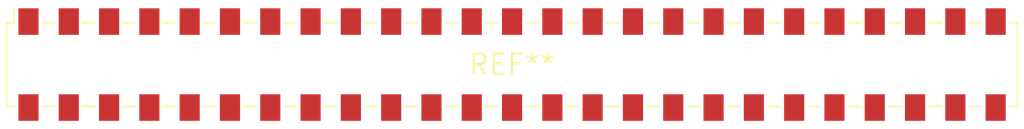
<source format=kicad_pcb>
(kicad_pcb (version 20240108) (generator pcbnew)
  (layers (0 "F.Cu" signal) (31 "B.Cu" signal) (34 "B.Paste" user) (35 "F.Paste" user) (36 "B.SilkS" user "B.Silkscreen") (37 "F.SilkS" user "F.Silkscreen") (38 "B.Mask" user) (39 "F.Mask" user) (44 "Edge.Cuts" user))
  (net 0 "")
  (footprint "Samtec_HLE-125-02-xxx-DV-BE-LC_2x25_P2.54mm_Horizontal" (layer "F.Cu") (at 0 0)
    (property "Reference" "REF**")
    (property "Value" "Samtec_HLE-125-02-xxx-DV-BE-LC_2x25_P2.54mm_Horizontal")
    (fp_line (start -31.86 -2.65) (end -31.86 2.65) (layer "F.SilkS") (stroke (width 0.12)))
    (fp_line (start -31.86 2.65) (end -31.375 2.65) (layer "F.SilkS") (stroke (width 0.12)))
    (fp_line (start -31.375 -3.56) (end -31.375 -2.65) (layer "F.SilkS") (stroke (width 0.12)))
    (fp_line (start -31.375 -2.65) (end -31.86 -2.65) (layer "F.SilkS") (stroke (width 0.12)))
    (fp_line (start -29.585 -2.65) (end -28.835 -2.65) (layer "F.SilkS") (stroke (width 0.12)))
    (fp_line (start -29.585 2.65) (end -28.835 2.65) (layer "F.SilkS") (stroke (width 0.12)))
    (fp_line (start -27.045 -2.65) (end -26.295 -2.65) (layer "F.SilkS") (stroke (width 0.12)))
    (fp_line (start -27.045 2.65) (end -26.295 2.65) (layer "F.SilkS") (stroke (width 0.12)))
    (fp_line (start -24.505 -2.65) (end -23.755 -2.65) (layer "F.SilkS") (stroke (width 0.12)))
    (fp_line (start -24.505 2.65) (end -23.755 2.65) (layer "F.SilkS") (stroke (width 0.12)))
    (fp_line (start -21.965 -2.65) (end -21.215 -2.65) (layer "F.SilkS") (stroke (width 0.12)))
    (fp_line (start -21.965 2.65) (end -21.215 2.65) (layer "F.SilkS") (stroke (width 0.12)))
    (fp_line (start -19.425 -2.65) (end -18.675 -2.65) (layer "F.SilkS") (stroke (width 0.12)))
    (fp_line (start -19.425 2.65) (end -18.675 2.65) (layer "F.SilkS") (stroke (width 0.12)))
    (fp_line (start -16.885 -2.65) (end -16.135 -2.65) (layer "F.SilkS") (stroke (width 0.12)))
    (fp_line (start -16.885 2.65) (end -16.135 2.65) (layer "F.SilkS") (stroke (width 0.12)))
    (fp_line (start -14.345 -2.65) (end -13.595 -2.65) (layer "F.SilkS") (stroke (width 0.12)))
    (fp_line (start -14.345 2.65) (end -13.595 2.65) (layer "F.SilkS") (stroke (width 0.12)))
    (fp_line (start -11.805 -2.65) (end -11.055 -2.65) (layer "F.SilkS") (stroke (width 0.12)))
    (fp_line (start -11.805 2.65) (end -11.055 2.65) (layer "F.SilkS") (stroke (width 0.12)))
    (fp_line (start -9.265 -2.65) (end -8.515 -2.65) (layer "F.SilkS") (stroke (width 0.12)))
    (fp_line (start -9.265 2.65) (end -8.515 2.65) (layer "F.SilkS") (stroke (width 0.12)))
    (fp_line (start -6.725 -2.65) (end -5.975 -2.65) (layer "F.SilkS") (stroke (width 0.12)))
    (fp_line (start -6.725 2.65) (end -5.975 2.65) (layer "F.SilkS") (stroke (width 0.12)))
    (fp_line (start -4.185 -2.65) (end -3.435 -2.65) (layer "F.SilkS") (stroke (width 0.12)))
    (fp_line (start -4.185 2.65) (end -3.435 2.65) (layer "F.SilkS") (stroke (width 0.12)))
    (fp_line (start -1.645 -2.65) (end -0.895 -2.65) (layer "F.SilkS") (stroke (width 0.12)))
    (fp_line (start -1.645 2.65) (end -0.895 2.65) (layer "F.SilkS") (stroke (width 0.12)))
    (fp_line (start 0.895 -2.65) (end 1.645 -2.65) (layer "F.SilkS") (stroke (width 0.12)))
    (fp_line (start 0.895 2.65) (end 1.645 2.65) (layer "F.SilkS") (stroke (width 0.12)))
    (fp_line (start 3.435 -2.65) (end 4.185 -2.65) (layer "F.SilkS") (stroke (width 0.12)))
    (fp_line (start 3.435 2.65) (end 4.185 2.65) (layer "F.SilkS") (stroke (width 0.12)))
    (fp_line (start 5.975 -2.65) (end 6.725 -2.65) (layer "F.SilkS") (stroke (width 0.12)))
    (fp_line (start 5.975 2.65) (end 6.725 2.65) (layer "F.SilkS") (stroke (width 0.12)))
    (fp_line (start 8.515 -2.65) (end 9.265 -2.65) (layer "F.SilkS") (stroke (width 0.12)))
    (fp_line (start 8.515 2.65) (end 9.265 2.65) (layer "F.SilkS") (stroke (width 0.12)))
    (fp_line (start 11.055 -2.65) (end 11.805 -2.65) (layer "F.SilkS") (stroke (width 0.12)))
    (fp_line (start 11.055 2.65) (end 11.805 2.65) (layer "F.SilkS") (stroke (width 0.12)))
    (fp_line (start 13.595 -2.65) (end 14.345 -2.65) (layer "F.SilkS") (stroke (width 0.12)))
    (fp_line (start 13.595 2.65) (end 14.345 2.65) (layer "F.SilkS") (stroke (width 0.12)))
    (fp_line (start 16.135 -2.65) (end 16.885 -2.65) (layer "F.SilkS") (stroke (width 0.12)))
    (fp_line (start 16.135 2.65) (end 16.885 2.65) (layer "F.SilkS") (stroke (width 0.12)))
    (fp_line (start 18.675 -2.65) (end 19.425 -2.65) (layer "F.SilkS") (stroke (width 0.12)))
    (fp_line (start 18.675 2.65) (end 19.425 2.65) (layer "F.SilkS") (stroke (width 0.12)))
    (fp_line (start 21.215 -2.65) (end 21.965 -2.65) (layer "F.SilkS") (stroke (width 0.12)))
    (fp_line (start 21.215 2.65) (end 21.965 2.65) (layer "F.SilkS") (stroke (width 0.12)))
    (fp_line (start 23.755 -2.65) (end 24.505 -2.65) (layer "F.SilkS") (stroke (width 0.12)))
    (fp_line (start 23.755 2.65) (end 24.505 2.65) (layer "F.SilkS") (stroke (width 0.12)))
    (fp_line (start 26.295 -2.65) (end 27.045 -2.65) (layer "F.SilkS") (stroke (width 0.12)))
    (fp_line (start 26.295 2.65) (end 27.045 2.65) (layer "F.SilkS") (stroke (width 0.12)))
    (fp_line (start 28.835 -2.65) (end 29.585 -2.65) (layer "F.SilkS") (stroke (width 0.12)))
    (fp_line (start 28.835 2.65) (end 29.585 2.65) (layer "F.SilkS") (stroke (width 0.12)))
    (fp_line (start 31.375 -2.65) (end 31.86 -2.65) (layer "F.SilkS") (stroke (width 0.12)))
    (fp_line (start 31.86 -2.65) (end 31.86 2.65) (layer "F.SilkS") (stroke (width 0.12)))
    (fp_line (start 31.86 2.65) (end 31.375 2.65) (layer "F.SilkS") (stroke (width 0.12)))
    (pad "" np_thru_hole circle (at -30.48 -1.27) (size 0.97 0.97) (drill 0.97) (layers *.Cu *.Mask))
    (pad "" np_thru_hole circle (at -30.48 1.27) (size 0.97 0.97) (drill 0.97) (layers *.Cu *.Mask))
    (pad "" np_thru_hole circle (at -29.21 0) (size 1.19 1.19) (drill 1.19) (layers *.Cu *.Mask))
    (pad "" np_thru_hole circle (at -27.94 -1.27) (size 0.97 0.97) (drill 0.97) (layers *.Cu *.Mask))
    (pad "" np_thru_hole circle (at -27.94 1.27) (size 0.97 0.97) (drill 0.97) (layers *.Cu *.Mask))
    (pad "" np_thru_hole circle (at -25.4 -1.27) (size 0.97 0.97) (drill 0.97) (layers *.Cu *.Mask))
    (pad "" np_thru_hole circle (at -25.4 1.27) (size 0.97 0.97) (drill 0.97) (layers *.Cu *.Mask))
    (pad "" np_thru_hole circle (at -22.86 -1.27) (size 0.97 0.97) (drill 0.97) (layers *.Cu *.Mask))
    (pad "" np_thru_hole circle (at -22.86 1.27) (size 0.97 0.97) (drill 0.97) (layers *.Cu *.Mask))
    (pad "" np_thru_hole circle (at -20.32 -1.27) (size 0.97 0.97) (drill 0.97) (layers *.Cu *.Mask))
    (pad "" np_thru_hole circle (at -20.32 1.27) (size 0.97 0.97) (drill 0.97) (layers *.Cu *.Mask))
    (pad "" np_thru_hole circle (at -17.78 -1.27) (size 0.97 0.97) (drill 0.97) (layers *.Cu *.Mask))
    (pad "" np_thru_hole circle (at -17.78 1.27) (size 0.97 0.97) (drill 0.97) (layers *.Cu *.Mask))
    (pad "" np_thru_hole circle (at -15.24 -1.27) (size 0.97 0.97) (drill 0.97) (layers *.Cu *.Mask))
    (pad "" np_thru_hole circle (at -15.24 1.27) (size 0.97 0.97) (drill 0.97) (layers *.Cu *.Mask))
    (pad "" np_thru_hole circle (at -12.7 -1.27) (size 0.97 0.97) (drill 0.97) (layers *.Cu *.Mask))
    (pad "" np_thru_hole circle (at -12.7 1.27) (size 0.97 0.97) (drill 0.97) (layers *.Cu *.Mask))
    (pad "" np_thru_hole circle (at -10.16 -1.27) (size 0.97 0.97) (drill 0.97) (layers *.Cu *.Mask))
    (pad "" np_thru_hole circle (at -10.16 1.27) (size 0.97 0.97) (drill 0.97) (layers *.Cu *.Mask))
    (pad "" np_thru_hole circle (at -7.62 -1.27) (size 0.97 0.97) (drill 0.97) (layers *.Cu *.Mask))
    (pad "" np_thru_hole circle (at -7.62 1.27) (size 0.97 0.97) (drill 0.97) (layers *.Cu *.Mask))
    (pad "" np_thru_hole circle (at -5.08 -1.27) (size 0.97 0.97) (drill 0.97) (layers *.Cu *.Mask))
    (pad "" np_thru_hole circle (at -5.08 1.27) (size 0.97 0.97) (drill 0.97) (layers *.Cu *.Mask))
    (pad "" np_thru_hole circle (at -2.54 -1.27) (size 0.97 0.97) (drill 0.97) (layers *.Cu *.Mask))
    (pad "" np_thru_hole circle (at -2.54 1.27) (size 0.97 0.97) (drill 0.97) (layers *.Cu *.Mask))
    (pad "" np_thru_hole circle (at 0 -1.27) (size 0.97 0.97) (drill 0.97) (layers *.Cu *.Mask))
    (pad "" np_thru_hole circle (at 0 1.27) (size 0.97 0.97) (drill 0.97) (layers *.Cu *.Mask))
    (pad "" np_thru_hole circle (at 2.54 -1.27) (size 0.97 0.97) (drill 0.97) (layers *.Cu *.Mask))
    (pad "" np_thru_hole circle (at 2.54 1.27) (size 0.97 0.97) (drill 0.97) (layers *.Cu *.Mask))
    (pad "" np_thru_hole circle (at 5.08 -1.27) (size 0.97 0.97) (drill 0.97) (layers *.Cu *.Mask))
    (pad "" np_thru_hole circle (at 5.08 1.27) (size 0.97 0.97) (drill 0.97) (layers *.Cu *.Mask))
    (pad "" np_thru_hole circle (at 7.62 -1.27) (size 0.97 0.97) (drill 0.97) (layers *.Cu *.Mask))
    (pad "" np_thru_hole circle (at 7.62 1.27) (size 0.97 0.97) (drill 0.97) (layers *.Cu *.Mask))
    (pad "" np_thru_hole circle (at 10.16 -1.27) (size 0.97 0.97) (drill 0.97) (layers *.Cu *.Mask))
    (pad "" np_thru_hole circle (at 10.16 1.27) (size 0.97 0.97) (drill 0.97) (layers *.Cu *.Mask))
    (pad "" np_thru_hole circle (at 12.7 -1.27) (size 0.97 0.97) (drill 0.97) (layers *.Cu *.Mask))
    (pad "" np_thru_hole circle (at 12.7 1.27) (size 0.97 0.97) (drill 0.97) (layers *.Cu *.Mask))
    (pad "" np_thru_hole circle (at 15.24 -1.27) (size 0.97 0.97) (drill 0.97) (layers *.Cu *.Mask))
    (pad "" np_thru_hole circle (at 15.24 1.27) (size 0.97 0.97) (drill 0.97) (layers *.Cu *.Mask))
    (pad "" np_thru_hole circle (at 17.78 -1.27) (size 0.97 0.97) (drill 0.97) (layers *.Cu *.Mask))
    (pad "" np_thru_hole circle (at 17.78 1.27) (size 0.97 0.97) (drill 0.97) (layers *.Cu *.Mask))
    (pad "" np_thru_hole circle (at 20.32 -1.27) (size 0.97 0.97) (drill 0.97) (layers *.Cu *.Mask))
    (pad "" np_thru_hole circle (at 20.32 1.27) (size 0.97 0.97) (drill 0.97) (layers *.Cu *.Mask))
    (pad "" np_thru_hole circle (at 22.86 -1.27) (size 0.97 0.97) (drill 0.97) (layers *.Cu *.Mask))
    (pad "" np_thru_hole circle (at 22.86 1.27) (size 0.97 0.97) (drill 0.97) (layers *.Cu *.Mask))
    (pad "" np_thru_hole circle (at 25.4 -1.27) (size 0.97 0.97) (drill 0.97) (layers *.Cu *.Mask))
    (pad "" np_thru_hole circle (at 25.4 1.27) (size 0.97 0.97) (drill 0.97) (layers *.Cu *.Mask))
    (pad "" np_thru_hole circle (at 27.94 -1.27) (size 0.97 0.97) (drill 0.97) (layers *.Cu *.Mask))
    (pad "" np_thru_hole circle (at 27.94 1.27) (size 0.97 0.97) (drill 0.97) (layers *.Cu *.Mask))
    (pad "" np_thru_hole circle (at 29.21 0) (size 1.19 1.19) (drill 1.19) (layers *.Cu *.Mask))
    (pad "" np_thru_hole circle (at 30.48 -1.27) (size 0.97 0.97) (drill 0.97) (layers *.Cu *.Mask))
    (pad "" np_thru_hole circle (at 30.48 1.27) (size 0.97 0.97) (drill 0.97) (layers *.Cu *.Mask))
    (pad "1" smd rect (at -30.48 -2.72) (size 1.27 1.68) (layers "F.Cu" "F.Paste" "F.Mask"))
    (pad "2" smd rect (at -30.48 2.72) (size 1.27 1.68) (layers "F.Cu" "F.Paste" "F.Mask"))
    (pad "3" smd rect (at -27.94 -2.72) (size 1.27 1.68) (layers "F.Cu" "F.Paste" "F.Mask"))
    (pad "4" smd rect (at -27.94 2.72) (size 1.27 1.68) (layers "F.Cu" "F.Paste" "F.Mask"))
    (pad "5" smd rect (at -25.4 -2.72) (size 1.27 1.68) (layers "F.Cu" "F.Paste" "F.Mask"))
    (pad "6" smd rect (at -25.4 2.72) (size 1.27 1.68) (layers "F.Cu" "F.Paste" "F.Mask"))
    (pad "7" smd rect (at -22.86 -2.72) (size 1.27 1.68) (layers "F.Cu" "F.Paste" "F.Mask"))
    (pad "8" smd rect (at -22.86 2.72) (size 1.27 1.68) (layers "F.Cu" "F.Paste" "F.Mask"))
    (pad "9" smd rect (at -20.32 -2.72) (size 1.27 1.68) (layers "F.Cu" "F.Paste" "F.Mask"))
    (pad "10" smd rect (at -20.32 2.72) (size 1.27 1.68) (layers "F.Cu" "F.Paste" "F.Mask"))
    (pad "11" smd rect (at -17.78 -2.72) (size 1.27 1.68) (layers "F.Cu" "F.Paste" "F.Mask"))
    (pad "12" smd rect (at -17.78 2.72) (size 1.27 1.68) (layers "F.Cu" "F.Paste" "F.Mask"))
    (pad "13" smd rect (at -15.24 -2.72) (size 1.27 1.68) (layers "F.Cu" "F.Paste" "F.Mask"))
    (pad "14" smd rect (at -15.24 2.72) (size 1.27 1.68) (layers "F.Cu" "F.Paste" "F.Mask"))
    (pad "15" smd rect (at -12.7 -2.72) (size 1.27 1.68) (layers "F.Cu" "F.Paste" "F.Mask"))
    (pad "16" smd rect (at -12.7 2.72) (size 1.27 1.68) (layers "F.Cu" "F.Paste" "F.Mask"))
    (pad "17" smd rect (at -10.16 -2.72) (size 1.27 1.68) (layers "F.Cu" "F.Paste" "F.Mask"))
    (pad "18" smd rect (at -10.16 2.72) (size 1.27 1.68) (layers "F.Cu" "F.Paste" "F.Mask"))
    (pad "19" smd rect (at -7.62 -2.72) (size 1.27 1.68) (layers "F.Cu" "F.Paste" "F.Mask"))
    (pad "20" smd rect (at -7.62 2.72) (size 1.27 1.68) (layers "F.Cu" "F.Paste" "F.Mask"))
    (pad "21" smd rect (at -5.08 -2.72) (size 1.27 1.68) (layers "F.Cu" "F.Paste" "F.Mask"))
    (pad "22" smd rect (at -5.08 2.72) (size 1.27 1.68) (layers "F.Cu" "F.Paste" "F.Mask"))
    (pad "23" smd rect (at -2.54 -2.72) (size 1.27 1.68) (layers "F.Cu" "F.Paste" "F.Mask"))
    (pad "24" smd rect (at -2.54 2.72) (size 1.27 1.68) (layers "F.Cu" "F.Paste" "F.Mask"))
    (pad "25" smd rect (at 0 -2.72) (size 1.27 1.68) (layers "F.Cu" "F.Paste" "F.Mask"))
    (pad "26" smd rect (at 0 2.72) (size 1.27 1.68) (layers "F.Cu" "F.Paste" "F.Mask"))
    (pad "27" smd rect (at 2.54 -2.72) (size 1.27 1.68) (layers "F.Cu" "F.Paste" "F.Mask"))
    (pad "28" smd rect (at 2.54 2.72) (size 1.27 1.68) (layers "F.Cu" "F.Paste" "F.Mask"))
    (pad "29" smd rect (at 5.08 -2.72) (size 1.27 1.68) (layers "F.Cu" "F.Paste" "F.Mask"))
    (pad "30" smd rect (at 5.08 2.72) (size 1.27 1.68) (layers "F.Cu" "F.Paste" "F.Mask"))
    (pad "31" smd rect (at 7.62 -2.72) (size 1.27 1.68) (layers "F.Cu" "F.Paste" "F.Mask"))
    (pad "32" smd rect (at 7.62 2.72) (size 1.27 1.68) (layers "F.Cu" "F.Paste" "F.Mask"))
    (pad "33" smd rect (at 10.16 -2.72) (size 1.27 1.68) (layers "F.Cu" "F.Paste" "F.Mask"))
    (pad "34" smd rect (at 10.16 2.72) (size 1.27 1.68) (layers "F.Cu" "F.Paste" "F.Mask"))
    (pad "35" smd rect (at 12.7 -2.72) (size 1.27 1.68) (layers "F.Cu" "F.Paste" "F.Mask"))
    (pad "36" smd rect (at 12.7 2.72) (size 1.27 1.68) (layers "F.Cu" "F.Paste" "F.Mask"))
    (pad "37" smd rect (at 15.24 -2.72) (size 1.27 1.68) (layers "F.Cu" "F.Paste" "F.Mask"))
    (pad "38" smd rect (at 15.24 2.72) (size 1.27 1.68) (layers "F.Cu" "F.Paste" "F.Mask"))
    (pad "39" smd rect (at 17.78 -2.72) (size 1.27 1.68) (layers "F.Cu" "F.Paste" "F.Mask"))
    (pad "40" smd rect (at 17.78 2.72) (size 1.27 1.68) (layers "F.Cu" "F.Paste" "F.Mask"))
    (pad "41" smd rect (at 20.32 -2.72) (size 1.27 1.68) (layers "F.Cu" "F.Paste" "F.Mask"))
    (pad "42" smd rect (at 20.32 2.72) (size 1.27 1.68) (layers "F.Cu" "F.Paste" "F.Mask"))
    (pad "43" smd rect (at 22.86 -2.72) (size 1.27 1.68) (layers "F.Cu" "F.Paste" "F.Mask"))
    (pad "44" smd rect (at 22.86 2.72) (size 1.27 1.68) (layers "F.Cu" "F.Paste" "F.Mask"))
    (pad "45" smd rect (at 25.4 -2.72) (size 1.27 1.68) (layers "F.Cu" "F.Paste" "F.Mask"))
    (pad "46" smd rect (at 25.4 2.72) (size 1.27 1.68) (layers "F.Cu" "F.Paste" "F.Mask"))
    (pad "47" smd rect (at 27.94 -2.72) (size 1.27 1.68) (layers "F.Cu" "F.Paste" "F.Mask"))
    (pad "48" smd rect (at 27.94 2.72) (size 1.27 1.68) (layers "F.Cu" "F.Paste" "F.Mask"))
    (pad "49" smd rect (at 30.48 -2.72) (size 1.27 1.68) (layers "F.Cu" "F.Paste" "F.Mask"))
    (pad "50" smd rect (at 30.48 2.72) (size 1.27 1.68) (layers "F.Cu" "F.Paste" "F.Mask"))
  )
)
</source>
